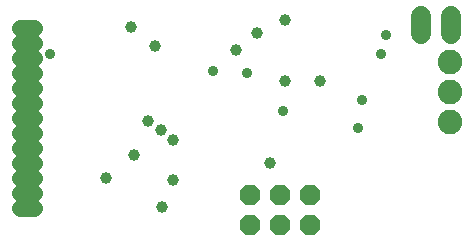
<source format=gbs>
G75*
%MOIN*%
%OFA0B0*%
%FSLAX25Y25*%
%IPPOS*%
%LPD*%
%AMOC8*
5,1,8,0,0,1.08239X$1,22.5*
%
%ADD10OC8,0.06800*%
%ADD11C,0.05556*%
%ADD12C,0.06800*%
%ADD13C,0.08200*%
%ADD14C,0.03600*%
%ADD15C,0.03900*%
D10*
X0100406Y0015167D03*
X0110406Y0015167D03*
X0120406Y0015167D03*
X0120406Y0025167D03*
X0110406Y0025167D03*
X0100406Y0025167D03*
D11*
X0028471Y0020957D02*
X0023715Y0020957D01*
X0023715Y0025957D02*
X0028471Y0025957D01*
X0028471Y0030957D02*
X0023715Y0030957D01*
X0023715Y0035957D02*
X0028471Y0035957D01*
X0028471Y0040957D02*
X0023715Y0040957D01*
X0023715Y0045957D02*
X0028471Y0045957D01*
X0028471Y0050957D02*
X0023715Y0050957D01*
X0023715Y0055957D02*
X0028471Y0055957D01*
X0028471Y0060957D02*
X0023715Y0060957D01*
X0023715Y0065957D02*
X0028471Y0065957D01*
X0028471Y0070957D02*
X0023715Y0070957D01*
X0023715Y0075957D02*
X0028471Y0075957D01*
X0028471Y0080957D02*
X0023715Y0080957D01*
D12*
X0157579Y0078877D02*
X0157579Y0084877D01*
X0167579Y0084877D02*
X0167579Y0078877D01*
D13*
X0167076Y0069711D03*
X0167076Y0059711D03*
X0167076Y0049711D03*
D14*
X0137980Y0056822D03*
X0136580Y0047722D03*
X0111380Y0053322D03*
X0099480Y0065922D03*
X0088280Y0066622D03*
X0033680Y0072222D03*
X0144280Y0072222D03*
X0145680Y0078522D03*
D15*
X0123980Y0063122D03*
X0112080Y0063122D03*
X0095980Y0073622D03*
X0102980Y0079222D03*
X0112080Y0083422D03*
X0068680Y0075022D03*
X0060980Y0081322D03*
X0066580Y0049822D03*
X0070780Y0047022D03*
X0074980Y0043522D03*
X0061680Y0038622D03*
X0052580Y0030922D03*
X0071304Y0021209D03*
X0074980Y0030222D03*
X0107280Y0035922D03*
M02*

</source>
